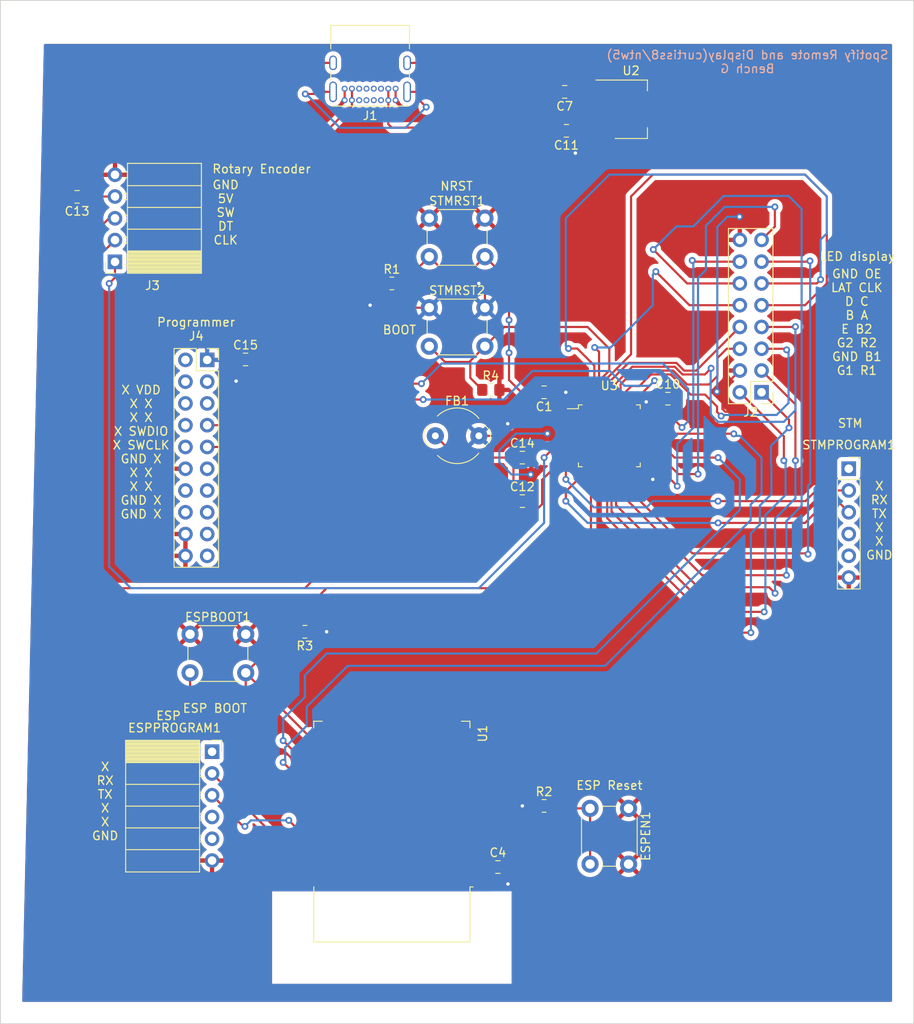
<source format=kicad_pcb>
(kicad_pcb (version 20211014) (generator pcbnew)
  (layers (0 "F.Cu" signal) (31 "B.Cu" signal) (34 "B.Paste" user) (35 "F.Paste" user) (36 "B.SilkS" user "B.Silkscreen") (37 "F.SilkS" user "F.Silkscreen") (38 "B.Mask" user) (39 "F.Mask" user) (44 "Edge.Cuts" user))
  (net 0 "")
  (net 1 "VDD")
  (net 2 "GND")
  (net 3 "Net-(C13-Pad1)")
  (net 4 "+3.3VA")
  (net 5 "Net-(ESPBOOT1-Pad2)")
  (net 6 "Net-(ESPEN1-Pad2)")
  (net 8 "Net-(ESPPROGRAM1-Pad2)")
  (net 9 "Net-(ESPPROGRAM1-Pad3)")
  (net 20 "unconnected-(J1-PadS1)")
  (net 21 "R1")
  (net 22 "G1")
  (net 23 "B1")
  (net 24 "R2")
  (net 25 "G2")
  (net 26 "B2")
  (net 27 "E")
  (net 28 "A")
  (net 29 "B")
  (net 30 "C")
  (net 31 "D")
  (net 32 "CLK")
  (net 33 "LAT")
  (net 34 "OE")
  (net 35 "DT")
  (net 36 "SW")
  (net 42 "SWDIO")
  (net 44 "SWCLK")
  (net 53 "Net-(R1-Pad2)")
  (net 54 "Net-(U3-Pad44)")
  (net 56 "Net-(STMPROGRAM1-Pad2)")
  (net 57 "Net-(STMPROGRAM1-Pad3)")
  (net 81 "Net-(U1-Pad27)")
  (net 82 "Net-(U1-Pad28)")
  (net 104 "CLKR")
  (footprint "Capacitor_SMD:C_0805_2012Metric_Pad1.18x1.45mm_HandSolder" (layer "F.Cu") (at 119.38 93.98)
    (fp_text reference "C12")
    (fp_text value "1u")
  )
  (footprint "Connector_PinHeader_2.54mm:PinHeader_2x08_P2.54mm_Vertical" (layer "F.Cu") (at 147.32 81.28 180)
    (fp_text reference "J2")
    (fp_text value "Conn_02x08_Odd_Even")
  )
  (footprint "Capacitor_SMD:C_0805_2012Metric_Pad1.18x1.45mm_HandSolder" (layer "F.Cu") (at 121.92 81.28 180)
    (fp_text reference "C1")
    (fp_text value "1u")
  )
  (footprint "Connector_PinSocket_2.54mm:PinSocket_2x10_P2.54mm_Vertical" (layer "F.Cu") (at 82.57 77.5)
    (fp_text reference "J4")
    (fp_text value "Conn_02x10_Odd_Even")
  )
  (footprint "Capacitor_SMD:C_0805_2012Metric_Pad1.18x1.45mm_HandSolder" (layer "F.Cu") (at 124.325 46.225 180)
    (fp_text reference "C7")
    (fp_text value "1u")
  )
  (footprint "Connector_PinSocket_2.54mm:PinSocket_1x06_P2.54mm_Vertical" (layer "F.Cu") (at 157.505 90.195)
    (fp_text reference "STMPROGRAM1")
    (fp_text value "Conn_01x06")
  )
  (footprint "Capacitor_SMD:C_0805_2012Metric_Pad1.18x1.45mm_HandSolder" (layer "F.Cu") (at 67.375 58.475 180)
    (fp_text reference "C13")
    (fp_text value "1u")
  )
  (footprint "Package_QFP:LQFP-48_7x7mm_P0.5mm" (layer "F.Cu") (at 129.54 86.36)
    (fp_text reference "U3")
    (fp_text value "STM32F103C8T6")
  )
  (footprint "Connector_PinSocket_2.54mm:PinSocket_1x05_P2.54mm_Horizontal" (layer "F.Cu") (at 71.8 66.06 180)
    (fp_text reference "J3")
    (fp_text value "Conn_01x05")
  )
  (footprint "Button_Switch_THT:SW_PUSH_6mm_H4.3mm" (layer "F.Cu") (at 108.51 60.96)
    (fp_text reference "STMRST1")
    (fp_text value "SW_Push")
  )
  (footprint "Ferrite_THT:LairdTech_28C0236-0JW-10" (layer "F.Cu") (at 109.22 86.36)
    (fp_text reference "FB1")
    (fp_text value "FerriteBead")
  )
  (footprint "Capacitor_SMD:C_0805_2012Metric_Pad1.18x1.45mm_HandSolder" (layer "F.Cu") (at 136.375 82.025)
    (fp_text reference "C10")
    (fp_text value "1u")
  )
  (footprint "Capacitor_SMD:C_0805_2012Metric_Pad1.18x1.45mm_HandSolder" (layer "F.Cu") (at 87.05 77.45)
    (fp_text reference "C15")
    (fp_text value "1u")
  )
  (footprint "Connector_PinSocket_2.54mm:PinSocket_1x06_P2.54mm_Horizontal" (layer "F.Cu") (at 83.14 123.215)
    (fp_text reference "ESPPROGRAM1")
    (fp_text value "Conn_01x06")
  )
  (footprint "Connector_USB:USB_C_Receptacle_GCT_USB4085" (layer "F.Cu") (at 104.575 47.205 180)
    (fp_text reference "J1")
    (fp_text value "USB_C_Receptacle_USB2.0")
  )
  (footprint "Button_Switch_THT:SW_PUSH_6mm_H4.3mm" (layer "F.Cu") (at 108.51 71.41)
    (fp_text reference "STMRST2")
    (fp_text value "SW_Push")
  )
  (footprint "Button_Switch_THT:SW_PUSH_6mm_H4.3mm" (layer "F.Cu") (at 80.57 109.51)
    (fp_text reference "ESPBOOT1")
    (fp_text value "SW_Push")
  )
  (footprint "Capacitor_SMD:C_0805_2012Metric_Pad1.18x1.45mm_HandSolder" (layer "F.Cu") (at 119.38 88.9)
    (fp_text reference "C14")
    (fp_text value "1u")
  )
  (footprint "RF_Module:ESP32-WROOM-32" (layer "F.Cu") (at 104.14 129.54 180)
    (fp_text reference "U1")
    (fp_text value "ESP32-WROOM-32")
  )
  (footprint "Capacitor_SMD:C_0805_2012Metric_Pad1.18x1.45mm_HandSolder" (layer "F.Cu") (at 116.525 136.675)
    (fp_text reference "C4")
    (fp_text value "1u")
  )
  (footprint "Resistor_SMD:R_0805_2012Metric_Pad1.20x1.40mm_HandSolder" (layer "F.Cu") (at 104.14 68.58)
    (fp_text reference "R1")
    (fp_text value "10k")
  )
  (footprint "Package_TO_SOT_SMD:SOT-223" (layer "F.Cu") (at 132.08 48.26)
    (fp_text reference "U2")
    (fp_text value "TC1262-33")
  )
  (footprint "Resistor_SMD:R_0805_2012Metric_Pad1.20x1.40mm_HandSolder" (layer "F.Cu") (at 115.7 81)
    (fp_text reference "R4")
    (fp_text value "10k")
  )
  (footprint "Capacitor_SMD:C_0805_2012Metric_Pad1.18x1.45mm_HandSolder" (layer "F.Cu") (at 124.525 50.775 180)
    (fp_text reference "C11")
    (fp_text value "1u")
  )
  (footprint "Button_Switch_THT:SW_PUSH_6mm_H4.3mm" (layer "F.Cu") (at 131.79 129.83 -90)
    (fp_text reference "ESPEN1")
    (fp_text value "SW_Push")
  )
  (footprint "Resistor_SMD:R_0805_2012Metric_Pad1.20x1.40mm_HandSolder" (layer "F.Cu") (at 121.92 129.54)
    (fp_text reference "R2")
    (fp_text value "10k")
  )
  (footprint "Resistor_SMD:R_0805_2012Metric_Pad1.20x1.40mm_HandSolder" (layer "F.Cu") (at 93.98 109.22 180)
    (fp_text reference "R3")
    (fp_text value "10k")
  )
  (gr_rect (start 58.42 35.56) (end 165.1 154.94) (layer "Edge.Cuts") (width 0.1) (fill none))
  (gr_text "Spotify Remote and Display(curtiss8/ntw5)\nBench G" (at 145.675 42.725) (layer "B.SilkS") (effects (font (size 1 1)) (justify mirror)))
  (gr_text "ESP BOOT\n" (at 83.475 118.15) (layer "F.SilkS") (effects (font (size 1 1))))
  (gr_text "BOOT\n" (at 105.025 74) (layer "F.SilkS") (effects (font (size 1 1))))
  (gr_text "ESP Reset\n" (at 129.55 127.15) (layer "F.SilkS") (effects (font (size 1 1))))
  (gr_text "STM\n\n" (at 157.675 85.7) (layer "F.SilkS") (effects (font (size 1 1))))
  (gr_text "NRST\n" (at 111.7 57.225) (layer "F.SilkS") (effects (font (size 1 1))))
  (gr_text "X VDD\nX X\nX X\nX SWDIO\nX SWCLK\nGND X\nX X\nX X\nGND X\nGND X" (at 74.85 88.25) (layer "F.SilkS") (effects (font (size 1 1))))
  (gr_text "LED display\n" (at 158.5 65.425) (layer "F.SilkS") (effects (font (size 1 1))))
  (gr_text "X\nRX\nTX\nX\nX\nGND" (at 161.075 96.25) (layer "F.SilkS") (effects (font (size 1 1))))
  (gr_text "GND\n5V\nSW\nDT\nCLK\n" (at 84.725 60.3) (layer "F.SilkS") (effects (font (size 1 1))))
  (gr_text "ESP\n" (at 78.05 119.025) (layer "F.SilkS") (effects (font (size 1 1))))
  (gr_text "Rotary Encoder" (at 88.925 55.225) (layer "F.SilkS") (effects (font (size 1 1))))
  (gr_text "Programmer" (at 81.275 73.1) (layer "F.SilkS") (effects (font (size 1 1))))
  (gr_text "GND OE\nLAT CLK\nD C\nB A\nE B2\nG2 R2\nGND B1\nG1 R1" (at 158.45 73.1) (layer "F.SilkS") (effects (font (size 1 1))))
  (gr_text "X\nRX\nTX\nX\nX\nGND" (at 70.65 129) (layer "F.SilkS") (effects (font (size 1 1))))
  (segment (start 101.6 71.12) (end 101.89 71.41) (width 0.25) (layer "F.Cu") (net 1))
  (segment (start 122.9575 81.28) (end 124.46 81.28) (width 0.25) (layer "F.Cu") (net 1))
  (segment (start 85.95 79.975) (end 85.95 77.5125) (width 0.25) (layer "F.Cu") (net 1))
  (segment (start 114.3 86.36) (end 116.265 86.36) (width 0.25) (layer "F.Cu") (net 1))
  (segment (start 101.6 70.12) (end 101.6 71.12) (width 0.25) (layer "F.Cu") (net 1))
  (segment (start 115.4875 136.675) (end 115.3375 136.525) (width 0.25) (layer "F.Cu") (net 1))
  (segment (start 125.575 53.375) (end 125.575 50.7875) (width 0.25) (layer "F.Cu") (net 1))
  (segment (start 103.14 68.58) (end 101.6 70.12) (width 0.25) (layer "F.Cu") (net 1))
  (segment (start 85.95 77.5125) (end 86.0125 77.45) (width 0.25) (layer "F.Cu") (net 1))
  (segment (start 101.89 71.41) (end 108.51 71.41) (width 0.25) (layer "F.Cu") (net 1))
  (segment (start 125.8725 81.28) (end 126.79 82.1975) (width 0.25) (layer "F.Cu") (net 1))
  (segment (start 94.98 109.22) (end 96.52 109.22) (width 0.25) (layer "F.Cu") (net 1))
  (segment (start 134.9625 82.4) (end 135.3375 82.025) (width 0.25) (layer "F.Cu") (net 1))
  (segment (start 117.7 138.65) (end 115.875 138.65) (width 0.25) (layer "F.Cu") (net 1))
  (segment (start 115.25 136.9125) (end 115.4875 136.675) (width 0.25) (layer "F.Cu") (net 1))
  (segment (start 125.575 50.7875) (end 125.5625 50.775) (width 0.25) (layer "F.Cu") (net 1))
  (segment (start 120.92 129.54) (end 119.38 129.54) (width 0.25) (layer "F.Cu") (net 1))
  (segment (start 115.01 71.41) (end 115.01 69.29) (width 0.25) (layer "F.Cu") (net 1))
  (segment (start 115.01 69.29) (end 114.3 68.58) (width 0.25) (layer "F.Cu") (net 1))
  (segment (start 125.7775 50.56) (end 125.5625 50.775) (width 0.25) (layer "F.Cu") (net 1))
  (segment (start 124.46 81.28) (end 125.8725 81.28) (width 0.25) (layer "F.Cu") (net 1))
  (segment (start 115.875 138.65) (end 115.25 138.025) (width 0.25) (layer "F.Cu") (net 1))
  (segment (start 82.57 77.5) (end 85.9625 77.5) (width 0.25) (layer "F.Cu") (net 1))
  (segment (start 133.85 82.4) (end 134.9625 82.4) (width 0.25) (layer "F.Cu") (net 1))
  (segment (start 115.25 138.025) (end 115.25 136.9125) (width 0.25) (layer "F.Cu") (net 1))
  (segment (start 115.3375 136.525) (end 112.64 136.525) (width 0.25) (layer "F.Cu") (net 1))
  (segment (start 134.62 91.44) (end 133.2075 91.44) (width 0.25) (layer "F.Cu") (net 1))
  (segment (start 116.265 86.36) (end 117.675 84.95) (width 0.25) (layer "F.Cu") (net 1))
  (segment (start 128.93 50.56) (end 125.7775 50.56) (width 0.25) (layer "F.Cu") (net 1))
  (segment (start 124.46 82.6925) (end 124.46 81.28) (width 0.25) (layer "F.Cu") (net 1))
  (segment (start 133.2075 91.44) (end 132.29 90.5225) (width 0.25) (layer "F.Cu") (net 1))
  (segment (start 133.85 82.4) (end 133.85 83.4625) (width 0.25) (layer "F.Cu") (net 1))
  (segment (start 133.85 83.4625) (end 133.7025 83.61) (width 0.25) (layer "F.Cu") (net 1))
  (segment (start 85.9625 77.5) (end 86.0125 77.45) (width 0.25) (layer "F.Cu") (net 1))
  (segment (start 125.3775 83.61) (end 124.46 82.6925) (width 0.25) (layer "F.Cu") (net 1))
  (via (at 96.52 109.22) (size 0.8) (drill 0.4) (layers "F.Cu" "B.Cu") (net 1))
  (via (at 117.7 138.65) (size 0.8) (drill 0.4) (layers "F.Cu" "B.Cu") (net 1))
  (via (at 134.62 91.44) (size 0.8) (drill 0.4) (layers "F.Cu" "B.Cu") (net 1))
  (via (at 133.85 82.4) (size 0.8) (drill 0.4) (layers "F.Cu" "B.Cu") (net 1))
  (via (at 124.46 81.28) (size 0.8) (drill 0.4) (layers "F.Cu" "B.Cu") (net 1))
  (via (at 114.3 68.58) (size 0.8) (drill 0.4) (layers "F.Cu" "B.Cu") (net 1))
  (via (at 101.6 71.12) (size 0.8) (drill 0.4) (layers "F.Cu" "B.Cu") (net 1))
  (via (at 125.575 53.375) (size 0.8) (drill 0.4) (layers "F.Cu" "B.Cu") (net 1))
  (via (at 85.95 79.975) (size 0.8) (drill 0.4) (layers "F.Cu" "B.Cu") (net 1))
  (via (at 117.675 84.95) (size 0.8) (drill 0.4) (layers "F.Cu" "B.Cu") (net 1))
  (via (at 119.38 129.54) (size 0.8) (drill 0.4) (layers "F.Cu" "B.Cu") (net 1))
  (segment (start 119.675 82.95) (end 123.5 82.95) (width 0.25) (layer "B.Cu") (net 1))
  (segment (start 117.675 84.95) (end 119.675 82.95) (width 0.25) (layer "B.Cu") (net 1))
  (segment (start 123.5 82.95) (end 124.46 81.99) (width 0.25) (layer "B.Cu") (net 1))
  (segment (start 124.46 81.99) (end 124.46 81.28) (width 0.25) (layer "B.Cu") (net 1))
  (segment (start 131.79 91.254295) (end 134.460705 93.925) (width 0.25) (layer "F.Cu") (net 2))
  (segment (start 145.725 85.5) (end 143.775 83.55) (width 0.25) (layer "F.Cu") (net 2))
  (segment (start 120.4175 90.8075) (end 120.35 90.875) (width 0.25) (layer "F.Cu") (net 2))
  (segment (start 135.3275 84.11) (end 137.4125 82.025) (width 0.25) (layer "F.Cu") (net 2))
  (segment (start 120.8825 80.4175) (end 120.8825 81.28) (width 0.25) (layer "F.Cu") (net 2))
  (segment (start 145.725 88.6) (end 145.725 85.5) (width 0.25) (layer "F.Cu") (net 2))
  (segment (start 127.29 81.465705) (end 125.324295 79.5) (width 0.25) (layer "F.Cu") (net 2))
  (segment (start 125.3775 87.11) (end 123.31 87.11) (width 0.25) (layer "F.Cu") (net 2))
  (segment (start 121.8 79.5) (end 120.8825 80.4175) (width 0.25) (layer "F.Cu") (net 2))
  (segment (start 140.4 93.925) (end 145.725 88.6) (width 0.25) (layer "F.Cu") (net 2))
  (segment (start 142.32 81.2) (end 142.1 81.2) (width 0.25) (layer "F.Cu") (net 2))
  (segment (start 144.78 78.74) (end 142.32 81.2) (width 0.25) (layer "F.Cu") (net 2))
  (segment (start 142.75 81.85) (end 142.1 81.2) (width 0.25) (layer "F.Cu") (net 2))
  (segment (start 123.31 87.11) (end 122.3 86.1) (width 0.25) (layer "F.Cu") (net 2))
  (segment (start 143.775 83.55) (end 143.075 83.55) (width 0.25) (layer "F.Cu") (net 2))
  (segment (start 127.29 82.1975) (end 127.29 81.465705) (width 0.25) (layer "F.Cu") (net 2))
  (segment (start 142.75 83.225) (end 142.75 81.85) (width 0.25) (layer "F.Cu") (net 2))
  (segment (start 144.78 63.5) (end 144.78 61.705) (width 0.25) (layer "F.Cu") (net 2))
  (segment (start 120.4175 88.9) (end 120.4175 90.8075) (width 0.25) (layer "F.Cu") (net 2))
  (segment (start 134.460705 93.925) (end 140.4 93.925) (width 0.25) (layer "F.Cu") (net 2))
  (segment (start 133.7025 84.11) (end 135.3275 84.11) (width 0.25) (layer "F.Cu") (net 2))
  (segment (start 104.575 45.855) (end 104.575 47.205) (width 0.25) (layer "F.Cu") (net 2))
  (segment (start 98.625 45.855) (end 98.625 47.205) (width 0.25) (layer "F.Cu") (net 2))
  (segment (start 144.78 61.705) (end 144.75 61.675) (width 0.25) (layer "F.Cu") (net 2))
  (segment (start 143.075 83.55) (end 142.75 83.225) (width 0.25) (layer "F.Cu") (net 2))
  (segment (start 131.79 90.5225) (end 131.79 91.254295) (width 0.25) (layer "F.Cu") (net 2))
  (segment (start 125.324295 79.5) (end 121.8 79.5) (width 0.25) (layer "F.Cu") (net 2))
  (segment (start 144.75 61.675) (end 144.75 60.8) (width 0.25) (layer "F.Cu") (net 2))
  (via (at 144.75 60.8) (size 0.8) (drill 0.4) (layers "F.Cu" "B.Cu") (net 2))
  (via (at 142.1 81.2) (size 0.8) (drill 0.4) (layers "F.Cu" "B.Cu") (net 2))
  (via (at 120.35 90.875) (size 0.8) (drill 0.4) (layers "F.Cu" "B.Cu") (net 2))
  (via (at 122.3 86.1) (size 0.8) (drill 0.4) (layers "F.Cu" "B.Cu") (net 2))
  (segment (start 116.7 88.025) (end 118.625 86.1) (width 0.25) (layer "B.Cu") (net 2))
  (segment (start 144.75 60.8) (end 143.325 60.8) (width 0.25) (layer "B.Cu") (net 2))
  (segment (start 142.15 81.15) (end 142.1 81.2) (width 0.25) (layer "B.Cu") (net 2))
  (segment (start 142.15 61.975) (end 142.15 81.15) (width 0.25) (layer "B.Cu") (net 2))
  (segment (start 116.7 89.45) (end 116.7 88.025) (width 0.25) (layer "B.Cu") (net 2))
  (segment (start 118.625 86.1) (end 122.3 86.1) (width 0.25) (layer "B.Cu") (net 2))
  (segment (start 120.35 90.875) (end 118.125 90.875) (width 0.25) (layer "B.Cu") (net 2))
  (segment (start 143.325 60.8) (end 142.15 61.975) (width 0.25) (layer "B.Cu") (net 2))
  (segment (start 118.125 90.875) (end 116.7 89.45) (width 0.25) (layer "B.Cu") (net 2))
  (segment (start 103.725 47.205) (end 103.725 49) (width 0.25) (layer "F.Cu") (net 3))
  (segment (start 68.58 48.26) (end 66.04 50.8) (width 0.25) (layer "F.Cu") (net 3))
  (segment (start 104.125 50.4) (end 121.1875 50.4) (width 0.25) (layer "F.Cu") (net 3))
  (segment (start 103.725 50) (end 104.125 50.4) (width 0.25) (layer "F.Cu") (net 3))
  (segment (start 99.475 47.845) (end 98.4975 48.8225) (width 0.25) (layer "F.Cu") (net 3))
  (segment (start 99.475 45.855) (end 99.475 47.205) (width 0.25) (layer "F.Cu") (net 3))
  (segment (start 125.6275 45.96) (end 128.93 45.96) (width 0.25) (layer "F.Cu") (net 3))
  (segment (start 98.675 49) (end 103.725 49) (width 0.25) (layer "F.Cu") (net 3))
  (segment (start 66.04 56.1025) (end 68.4125 58.475) (width 0.25) (layer "F.Cu") (net 3))
  (segment (start 68.4475 58.44) (end 71.8 58.44) (width 0.25) (layer "F.Cu") (net 3))
  (segment (start 125.3625 46.225) (end 125.6275 45.96) (width 0.25) (layer "F.Cu") (net 3))
  (segment (start 103.725 49) (end 103.725 50) (width 0.25) (layer "F.Cu") (net 3))
  (segment (start 93.98 50.8) (end 91.44 48.26) (width 0.25) (layer "F.Cu") (net 3))
  (segment (start 103.725 45.855) (end 103.725 47.205) (width 0.25) (layer "F.Cu") (net 3))
  (segment (start 99.475 47.205) (end 99.475 47.845) (width 0.25) (layer "F.Cu") (net 3))
  (segment (start 66.04 50.8) (end 66.04 56.1025) (width 0.25) (layer "F.Cu") (net 3))
  (segment (start 68.4125 58.475) (end 68.4475 58.44) (width 0.25) (layer "F.Cu") (net 3))
  (segment (start 96.52 50.8) (end 93.98 50.8) (width 0.25) (layer "F.Cu") (net 3))
  (segment (start 98.4975 48.8225) (end 96.52 50.8) (width 0.25) (layer "F.Cu") (net 3))
  (segment (start 98.4975 48.8225) (end 98.675 49) (width 0.25) (layer "F.Cu") (net 3))
  (segment (start 91.44 48.26) (end 68.58 48.26) (width 0.25) (layer "F.Cu") (net 3))
  (segment (start 121.1875 50.4) (end 125.3625 46.225) (width 0.25) (layer "F.Cu") (net 3))
  (segment (start 109.22 86.36) (end 111.76 88.9) (width 0.25) (layer "F.Cu") (net 4))
  (segment (start 111.76 88.9) (end 118.3425 88.9) (width 0.25) (layer "F.Cu") (net 4))
  (segment (start 118.3425 88.9) (end 119.6325 87.61) (width 0.25) (layer "F.Cu") (net 4))
  (segment (start 119.6325 87.61) (end 125.3775 87.61) (width 0.25) (layer "F.Cu") (net 4))
  (segment (start 118.3425 88.9) (end 118.3425 93.98) (width 0.25) (layer "F.Cu") (net 4))
  (segment (start 87.07 114.01) (end 91.86 109.22) (width 0.25) (layer "F.Cu") (net 5))
  (segment (start 91.86 109.22) (end 92.98 109.22) (width 0.25) (layer "F.Cu") (net 5))
  (segment (start 87.07 114.01) (end 87.07 115.68) (width 0.25) (layer "F.Cu") (net 5))
  (segment (start 81.575 116.775) (end 80.57 115.77) (width 0.25) (layer "F.Cu") (net 5))
  (segment (start 85.975 116.775) (end 81.575 116.775) (width 0.25) (layer "F.Cu") (net 5))
  (segment (start 80.57 115.77) (end 80.57 114.01) (width 0.25) (layer "F.Cu") (net 5))
  (segment (start 87.07 115.68) (end 85.975 116.775) (width 0.25) (layer "F.Cu") (net 5))
  (segment (start 95.64 121.285) (end 94.345 121.285) (width 0.25) (layer "F.Cu") (net 5))
  (segment (start 94.345 121.285) (end 87.07 114.01) (width 0.25) (layer "F.Cu") (net 5))
  (segment (start 112.64 135.255) (end 117.205 135.255) (width 0.25) (layer "F.Cu") (net 6))
  (segment (start 123.21 129.83) (end 127.29 129.83) (width 0.25) (layer "F.Cu") (net 6))
  (segment (start 122.92 129.54) (end 123.21 129.83) (width 0.25) (layer "F.Cu") (net 6))
  (segment (start 127.29 129.83) (end 127.29 136.33) (width 0.25) (layer "F.Cu") (net 6))
  (segment (start 117.205 135.255) (end 122.92 129.54) (width 0.25) (layer "F.Cu") (net 6))
  (segment (start 83.14 125.755) (end 91.37 133.985) (width 0.25) (layer "F.Cu") (net 8))
  (segment (start 91.37 133.985) (end 95.64 133.985) (width 0.25) (layer "F.Cu") (net 8))
  (segment (start 95.64 132.715) (end 93.59 132.715) (width 0.25) (layer "F.Cu") (net 9))
  (segment (start 86.77 131.925) (end 83.14 128.295) (width 0.25) (layer "F.Cu") (net 9))
  (segment (start 86.975 131.925) (end 86.77 131.925) (width 0.25) (layer "F.Cu") (net 9))
  (segment (start 93.59 132.715) (end 92.1 131.225) (width 0.25) (layer "F.Cu") (net 9))
  (via (at 86.975 131.925) (size 0.8) (drill 0.4) (layers "F.Cu" "B.Cu") (net 9))
  (via (at 92.1 131.225) (size 0.8) (drill 0.4) (layers "F.Cu" "B.Cu") (net 9))
  (segment (start 87.675 131.225) (end 86.975 131.925) (width 0.25) (layer "B.Cu") (net 9))
  (segment (start 92.1 131.225) (end 87.675 131.225) (width 0.25) (layer "B.Cu") (net 9))
  (segment (start 107.7 43.45) (end 107.7 46.05) (width 0.25) (layer "F.Cu") (net 20))
  (segment (start 107.525 46.225) (end 105.925 46.225) (width 0.25) (layer "F.Cu") (net 20))
  (segment (start 107.525 47.375) (end 108.15 48) (width 0.25) (layer "F.Cu") (net 20))
  (segment (start 107.095 42.845) (end 107.7 43.45) (width 0.25) (layer "F.Cu") (net 20))
  (segment (start 95.35 45.225) (end 95.35 43.825) (width 0.25) (layer "F.Cu") (net 20))
  (segment (start 96.33 42.845) (end 97.275 42.845) (width 0.25) (layer "F.Cu") (net 20))
  (segment (start 95.35 43.825) (end 96.33 42.845) (width 0.25) (layer "F.Cu") (net 20))
  (segment (start 105.925 42.845) (end 107.095 42.845) (width 0.25) (layer "F.Cu") (net 20))
  (segment (start 107.7 46.05) (end 107.525 46.225) (width 0.25) (layer "F.Cu") (net 20))
  (segment (start 96.35 46.225) (end 95.35 45.225) (width 0.25) (layer "F.Cu") (net 20))
  (segment (start 97.275 46.225) (end 96.35 46.225) (width 0.25) (layer "F.Cu") (net 20))
  (segment (start 96.1 46.475) (end 96.35 46.225) (width 0.25) (layer "F.Cu") (net 20))
  (segment (start 107.525 46.225) (end 107.525 47.375) (width 0.25) (layer "F.Cu") (net 20))
  (segment (start 94.025 46.475) (end 96.1 46.475) (width 0.25) (layer "F.Cu") (net 20))
  (via (at 94.025 46.475) (size 0.8) (drill 0.4) (layers "F.Cu" "B.Cu") (net 20))
  (via (at 108.15 48) (size 0.8) (drill 0.4) (layers "F.Cu" "B.Cu") (net 20))
  (segment (start 94.125 46.475) (end 98.075 50.425) (width 0.25) (layer "B.Cu") (net 20))
  (segment (start 105.725 50.425) (end 108.15 48) (width 0.25) (layer "B.Cu") (net 20))
  (segment (start 94.025 46.475) (end 94.125 46.475) (width 0.25) (layer "B.Cu") (net 20))
  (segment (start 98.075 50.425) (end 105.725 50.425) (width 0.25) (layer "B.Cu") (net 20))
  (segment (start 142.65 109.325) (end 146.075 109.325) (width 0.25) (layer "F.Cu") (net 21))
  (segment (start 150.525 85.425) (end 150.525 84.485) (width 0.25) (layer "F.Cu") (net 21))
  (segment (start 150.525 84.485) (end 147.32 81.28) (width 0.25) (layer "F.Cu") (net 21))
  (segment (start 129.29 95.965) (end 142.65 109.325) (width 0.25) (layer "F.Cu") (net 21))
  (segment (start 129.29 90.5225) (end 129.29 95.965) (width 0.25) (layer "F.Cu") (net 21))
  (via (at 146.075 109.325) (size 0.8) (drill 0.4) (layers "F.Cu" "B.Cu") (net 21))
  (via (at 150.525 85.425) (size 0.8) (drill 0.4) (layers "F.Cu" "B.Cu") (net 21))
  (segment (start 148.475 89.8) (end 148.475 93.15) (width 0.25) (layer "B.Cu") (net 21))
  (segment (start 150.525 85.425) (end 148.425 87.525) (width 0.25) (layer "B.Cu") (net 21))
  (segment (start 146.075 97.75) (end 146.075 109.325) (width 0.25) (layer "B.Cu") (net 21))
  (segment (start 147.125 96.7) (end 146.075 97.75) (width 0.25) (layer "B.Cu") (net 21))
  (segment (start 148.425 89.75) (end 148.475 89.8) (width 0.25) (layer "B.Cu") (net 21))
  (segment (start 148.425 87.525) (end 148.425 89.75) (width 0.25) (layer "B.Cu") (net 21))
  (segment (start 147.125 94.5) (end 147.125 96.7) (width 0.25) (layer "B.Cu") (net 21))
  (segment (start 148.475 93.15) (end 147.125 94.5) (width 0.25) (layer "B.Cu") (net 21))
  (segment (start 129.79 94.465) (end 129.8 94.475) (width 0.25) (layer "F.Cu") (net 22))
  (segment (start 141.5 106.9) (end 147.625 106.9) (width 0.25) (layer "F.Cu") (net 22))
  (segment (start 149.925 89.25) (end 149.925 86.425) (width 0.25) (layer "F.Cu") (net 22))
  (segment (start 129.79 90.5225) (end 129.79 94.465) (width 0.25) (layer "F.Cu") (net 22))
  (segment (start 129.8 95.2) (end 141.5 106.9) (width 0.25) (layer "F.Cu") (net 22))
  (segment (start 129.8 94.475) (end 129.8 95.2) (width 0.25) (layer "F.Cu") (net 22))
  (segment (start 149.925 86.425) (end 144.78 81.28) (width 0.25) (layer "F.Cu") (net 22))
  (via (at 147.625 106.9) (size 0.8) (drill 0.4) (layers "F.Cu" "B.Cu") (net 22))
  (via (at 149.925 89.25) (size 0.8) (drill 0.4) (layers "F.Cu" "B.Cu") (net 22))
  (segment (start 147.76952 106.75548) (end 147.625 106.9) (width 0.25) (layer "B.Cu") (net 22))
  (segment (start 149.925 89.25) (end 150.125 89.45) (width 0.25) (layer "B.Cu") (net 22))
  (segment (start 147.76952 95.60548) (end 147.76952 106.75548) (width 0.25) (layer "B.Cu") (net 22))
  (segment (start 150.125 89.45) (end 150.125 93.25) (width 0.25) (layer "B.Cu") (net 22))
  (segment (start 150.125 93.25) (end 147.76952 95.60548) (width 0.25) (layer "B.Cu") (net 22))
  (segment (start 151.2755 82.6955) (end 151.2755 89.25) (width 0.25) (layer "F.Cu") (net 23))
  (segment (start 130.325 94.45) (end 139.9 104.025) (width 0.25) (layer "F.Cu") (net 23))
  (segment (start 148.2 104.025) (end 148.9 104.725) (width 0.25) (layer "F.Cu") (net 23))
  (segment (start 139.9 104.025) (end 148.2 104.025) (width 0.25) (layer "F.Cu") (net 23))
  (segment (start 130.325 93.210718) (end 130.325 94.45) (width 0.25) (layer "F.Cu") (net 23))
  (segment (start 130.29 93.175718) (end 130.325 93.210718) (width 0.25) (layer "F.Cu") (net 23))
  (segment (start 147.32 78.74) (end 151.2755 82.6955) (width 0.25) (layer "F.Cu") (net 23))
  (segment (start 130.29 90.5225) (end 130.29 93.175718) (width 0.25) (layer "F.Cu") (net 23))
  (via (at 151.2755 89.25) (size 0.8) (drill 0.4) (layers "F.Cu" "B.Cu") (net 23))
  (via (at 148.9 104.725) (size 0.8) (drill 0.4) (layers "F.Cu" "B.Cu") (net 23))
  (segment (start 148.9 104.725) (end 148.9 96.025) (width 0.25) (layer "B.Cu") (net 23))
  (segment (start 151.2755 93.6495) (end 151.2755 89.25) (width 0.25) (layer "B.Cu") (net 23))
  (segment (start 148.9 96.025) (end 151.2755 93.6495) (width 0.25) (layer "B.Cu") (net 23))
  (segment (start 142.6 84.0505) (end 142.125 83.5755) (width 0.25) (layer "F.Cu") (net 24))
  (segment (start 131.31548 82.17202) (end 131.29 82.1975) (width 0.25) (layer "F.Cu") (net 24))
  (segment (start 132.125 80.55) (end 131.31548 81.35952) (width 0.25) (layer "F.Cu") (net 24))
  (segment (start 131.31548 81.35952) (end 131.31548 82.17202) (width 0.25) (layer "F.Cu") (net 24))
  (segment (start 139.05 81.55) (end 136.69856 79.19856) (width 0.25) (layer "F.Cu") (net 24))
  (segment (start 142.125 83.5755) (end 142.125 82.95) (width 0.25) (layer "F.Cu") (net 24))
  (segment (start 134.40144 79.19856) (end 133.05 80.55) (width 0.25) (layer "F.Cu") (net 24))
  (segment (start 133.05 80.55) (end 132.125 80.55) (width 0.25) (layer "F.Cu") (net 24))
  (segment (start 136.69856 79.19856) (end 134.40144 79.19856) (width 0.25) (layer "F.Cu") (net 24))
  (segment (start 142.125 82.95) (end 140.725 81.55) (width 0.25) (layer "F.Cu") (net 24))
  (segment (start 150.125 76.2) (end 150.25 76.325) (width 0.25) (layer "F.Cu") (net 24))
  (segment (start 140.725 81.55) (end 139.05 81.55) (width 0.25) (layer "F.Cu") (net 24))
  (segment (start 147.32 76.2) (end 150.125 76.2) (width 0.25) (layer "F.Cu") (net 24))
  (via (at 142.6 84.0505) (size 0.8) (drill 0.4) (layers "F.Cu" "B.Cu") (net 24))
  (via (at 150.25 76.325) (size 0.8) (drill 0.4) (layers "F.Cu" "B.Cu") (net 24))
  (segment (start 142.7255 83.925) (end 149.075 83.925) (width 0.25) (layer "B.Cu") (net 24))
  (segment (start 149.075 83.925) (end 150.475 82.525) (width 0.25) (layer "B.Cu") (net 24))
  (segment (start 142.6 84.0505) (end 142.7255 83.925) (width 0.25) (layer "B.Cu") (net 24))
  (segment (start 150.475 82.525) (end 150.475 76.55) (width 0.25) (layer "B.Cu") (net 24))
  (segment (start 150.475 76.55) (end 150.25 76.325) (width 0.25) (layer "B.Cu") (net 24))
  (segment (start 132.85096 78.74904) (end 137.002604 78.74904) (width 0.25) (layer "F.Cu") (net 25))
  (segment (start 142.175 79.375) (end 142.175 77.275) (width 0.25) (layer "F.Cu") (net 25))
  (segment (start 130.79 81.394994) (end 130.85 81.334994) (width 0.25) (layer "F.Cu") (net 25))
  (segment (start 130.85 81.334994) (end 130.85 80.35) (width 0.25) (layer "F.Cu") (net 25))
  (segment (start 142.175 77.275) (end 143.25 76.2) (width 0.25) (layer "F.Cu") (net 25))
  (segment (start 137.002604 78.74904) (end 138.628564 80.375) (width 0.25) (layer "F.Cu") (net 25))
  (segment (start 143.25 76.2) (end 144.78 76.2) (width 0.25) (layer "F.Cu") (net 25))
  (segment (start 131.45 79.75) (end 131.85 79.75) (width 0.25) (layer "F.Cu") (net 25))
  (segment (start 131.85 79.75) (end 132.85096 78.74904) (width 0.25) (layer "F.Cu") (net 25))
  (segment (start 130.85 80.35) (end 131.45 79.75) (width 0.25) (layer "F.Cu") (net 25))
  (segment (start 138.628564 80.375) (end 141.175 80.375) (width 0.25) (layer "F.Cu") (net 25))
  (segment (start 130.79 82.1975) (end 130.79 81.394994) (width 0.25) (layer "F.Cu") (net 25))
  (segment (start 141.175 80.375) (end 142.175 79.375) (width 0.25) (layer "F.Cu") (net 25))
  (segment (start 151.24 73.66) (end 147.32 73.66) (width 0.25) (layer "F.Cu") (net 26))
  (segment (start 137.188802 78.29952) (end 132.22548 78.29952) (width 0.25) (layer "F.Cu") (net 26))
  (segment (start 151.275 73.625) (end 151.24 73.66) (width 0.25) (layer "F.Cu") (net 26))
  (segment (start 130.29 80.235) (end 130.29 82.1975) (width 0.25) (layer "F.Cu") (net 26))
  (segment (start 132.22548 78.29952) (end 130.29 80.235) (width 0.25) (layer "F.Cu") (net 26))
  (segment (start 141.4255 78.475) (end 140.70098 79.19952) (width 0.25) (layer "F.Cu") (net 26))
  (segment (start 140.70098 79.19952) (end 138.088802 79.19952) (width 0.25) (layer "F.Cu") (net 26))
  (segment (start 138.088802 79.19952) (end 137.188802 78.29952) (width 0.25) (layer "F.Cu") (net 26))
  (via (at 151.275 73.625) (size 0.8) (drill 0.4) (layers "F.Cu" "B.Cu") (net 26))
  (via (at 141.4255 78.475) (size 0.8) (drill 0.4) (layers "F.Cu" "B.Cu") (net 26))
  (segment (start 141.375489 78.525011) (end 141.375489 83.875489) (width 0.25) (layer "B.Cu") (net 26))
  (segment (start 149.925 84.725) (end 151.275 83.375) (width 0.25) (layer "B.Cu") (net 26))
  (segment (start 141.4255 78.475) (end 141.375489 78.525011) (width 0.25) (layer "B.Cu") (net 26))
  (segment (start 142.225 84.725) (end 149.925 84.725) (width 0.25) (layer "B.Cu") (net 26))
  (segment (start 141.375489 83.875489) (end 142.225 84.725) (width 0.25) (layer "B.Cu") (net 26))
  (segment (start 151.275 83.375) (end 151.275 73.625) (width 0.25) (layer "B.Cu") (net 26))
  (segment (start 129.79 82.1975) (end 129.79 79.835) (width 0.25) (layer "F.Cu") (net 27))
  (segment (start 129.79 79.835) (end 131.775 77.85) (width 0.25) (layer "F.Cu") (net 27))
  (segment (start 131.775 77.85) (end 137.375 77.85) (width 0.25) (layer "F.Cu") (net 27))
  (segment (start 139.69 78.75) (end 144.78 73.66) (width 0.25) (layer "F.Cu") (net 27))
  (segment (start 137.375 77.85) (end 138.275 78.75) (width 0.25) (layer "F.Cu") (net 27))
  (segment (start 138.275 78.75) (end 139.69 78.75) (width 0.25) (layer "F.Cu") (net 27))
  (segment (start 134.62 55.88) (end 152.4 55.88) (width 0.25) (layer "F.Cu") (net 28))
  (segment (start 154.94 58.42) (end 154.94 68.58) (width 0.25) (layer "F.Cu") (net 28))
  (segment (start 132.08 58.42) (end 134.62 55.88) (width 0.25) (layer "F.Cu") (net 28))
  (segment (start 152.4 55.88) (end 154.94 58.42) (width 0.25) (layer "F.Cu") (net 28))
  (segment (start 154.94 68.58) (end 152.4 71.12) (width 0.25) (layer "F.Cu") (net 28))
  (segment (start 152.4 71.12) (end 147.32 71.12) (width 0.25) (layer "F.Cu") (net 28))
  (segment (start 129.29 82.1975) (end 129.29 79.625718) (width 0.25) (layer "F.Cu") (net 28))
  (segment (start 129.29 79.625718) (end 132.08 76.835718) (width 0.25) (layer "F.Cu") (net 28))
  (segment (start 132.08 76.835718) (end 132.08 58.42) (width 0.25) (layer "F.Cu") (net 28))
  (segment (start 128.34048 76.56548) (end 128.34048 81.344514) (width 0.25) (layer "F.Cu") (net 29))
  (segment (start 134.975 67.2) (end 138.895 71.12) (width 0.25) (layer "F.Cu") (net 29))
  (segment (start 138.895 71.12) (end 144.78 71.12) (width 0.25) (layer "F.Cu") (net 29))
  (segment (start 127.825 76.05) (end 128.34048 76.56548) (width 0.25) (layer "F.Cu") (net 29))
  (segment (start 128.34048 81.344514) (end 128.29 81.394994) (width 0.25) (layer "F.Cu") (net 29))
  (segment (start 128.29 81.394994) (end 128.29 82.1975) (width 0.25) (layer "F.Cu") (net 29))
  (via (at 127.825 76.05) (size 0.8) (drill 0.4) (layers "F.Cu" "B.Cu") (net 29))
  (via (at 134.975 67.2) (size 0.8) (drill 0.4) (layers "F.Cu" "B.Cu") (net 29))
  (segment (start 134.62 67.555) (end 134.62 71.12) (width 0.25) (layer "B.Cu") (net 29))
  (segment (start 129.69 76.05) (end 127.825 76.05) (width 0.25) (layer "B.Cu") (net 29))
  (segment (start 134.62 71.12) (end 129.69 76.05) (width 0.25) (layer "B.Cu") (net 29))
  (segment (start 134.975 67.2) (end 134.62 67.555) (width 0.25) (layer "B.Cu") (net 29))
  (segment (start 125.8 76.175) (end 127.79 78.165) (width 0.25) (layer "F.Cu") (net 30))
  (segment (start 153.7605 68.58) (end 154.2155 68.125) (width 0.25) (layer "F.Cu") (net 30))
  (segment (start 147.32 68.58) (end 153.7605 68.58) (width 0.25) (layer "F.Cu") (net 30))
  (segment (start 124.775 76.175) (end 125.8 76.175) (width 0.25) (layer "F.Cu") (net 30))
  (segment (start 127.79 78.165) (end 127.79 82.1975) (width 0.25) (layer "F.Cu") (net 30))
  (via (at 154.2155 68.125) (size 0.8) (drill 0.4) (layers "F.Cu" "B.Cu") (net 30))
  (via (at 124.775 76.175) (size 0.8) (drill 0.4) (layers "F.Cu" "B.Cu") (net 30))
  (segment (start 124.775 76.175) (end 124.46 75.86) (width 0.25) (layer "B.Cu") (net 30))
  (segment (start 154.94 62.74) (end 154.2155 63.4645) (width 0.25) (layer "B.Cu") (net 30))
  (segment (start 124.46 60.96) (end 129.54 55.88) (width 0.25) (layer "B.Cu") (net 30))
  (segment (start 154.94 58.42) (end 154.94 62.74) (width 0.25) (layer "B.Cu") (net 30))
  (segment (start 152.4 55.88) (end 154.94 58.42) (width 0.25) (layer "B.Cu") (net 30))
  (segment (start 129.54 55.88) (end 152.4 55.88) (width 0.25) (layer "B.Cu") (net 30))
  (segment (start 124.46 75.86) (end 124.46 60.96) (width 0.25) (layer "B.Cu") (net 30))
  (segment (start 154.2155 63.4645) (end 154.2155 68.125) (width 0.25) (layer "B.Cu") (net 30))
  (segment (start 134.675 64.625) (end 138.63 68.58) (width 0.25) (layer "F.Cu") (net 31))
  (segment (start 130.79 93.04) (end 140.375 102.625) (width 0.25) (layer "F.Cu") (net 31))
  (segment (start 140.375 102.625) (end 150.225 102.625) (width 0.25) (layer "F.Cu") (net 31))
  (segment (start 138.63 68.58) (end 144.78 68.58) (width 0.25) (layer "F.Cu") (net 31))
  (segment (start 130.79 90.5225) (end 130.79 93.04) (width 0.25) (layer "F.Cu") (net 31))
  (via (at 134.675 64.625) (size 0.8) (drill 0.4) (layers "F.Cu" "B.Cu") (net 31))
  (via (at 150.225 102.625) (size 0.8) (drill 0.4) (layers "F.Cu" "B.Cu") (net 31))
  (segment (start 137.375 61.925) (end 139.35 61.925) (width 0.25) (layer "B.Cu") (net 31))
  (segment (start 150.225 96.3) (end 150.225 102.625) (width 0.25) (layer "B.Cu") (net 31))
  (segment (start 152 94.525) (end 150.225 96.3) (width 0.25) (layer "B.Cu") (net 31))
  (segment (start 142.9 58.375) (end 150.475 58.375) (width 0.25) (layer "B.Cu") (net 31))
  (segment (start 134.675 64.625) (end 137.375 61.925) (width 0.25) (layer "B.Cu") (net 31))
  (segment (start 150.475 58.375) (end 152 59.9) (width 0.25) (layer "B.Cu") (net 31))
  (segment (start 152 59.9) (end 152 94.525) (width 0.25) (layer "B.Cu") (net 31))
  (segment (start 139.35 61.925) (end 142.9 58.375) (width 0.25) (layer "B.Cu") (net 31))
  (segment (start 152.75 100.175) (end 152.65 100.075) (width 0.25) (layer "F.Cu") (net 32))
  (segment (start 152.885 66.04) (end 152.975 65.95) (width 0.25) (layer "F.Cu") (net 32))
  (segment (start 139.239283 100.075) (end 131.29 92.125717) (width 0.25) (layer "F.Cu") (net 32))
  (segment (start 152.65 100.075) (end 139.239283 100.075) (width 0.25) (layer "F.Cu") (net 32))
  (segment (start 147.32 66.04) (end 152.885 66.04) (width 0.25) (layer "F.Cu") (net 32))
  (segment (start 131.29 92.125717) (end 131.29 90.5225) (width 0.25) (layer "F.Cu") (net 32))
  (via (at 152.975 65.95) (size 0.8) (drill 0.4) (layers "F.Cu" "B.Cu") (net 32))
  (via (at 152.75 100.175) (size 0.8) (drill 0.4) (layers "F.Cu" "B.Cu") (net 32))
  (segment (start 153 65.975) (end 152.975 65.95) (width 0.25) (layer "B.Cu") (net 32))
  (segment (start 152.75 92.175) (end 153 91.925) (width 0.25) (layer "B.Cu") (net 32))
  (segment (start 153 91.925) (end 153 65.975) (width 0.25) (layer "B.Cu") (net 32))
  (segment (start 152.75 100.175) (end 152.75 92.175) (width 0.25) (layer "B.Cu") (net 32))
  (segment (start 139.365 66.04) (end 144.78 66.04) (width 0.25) (layer "F.Cu") (net 33))
  (segment (start 139.225 65.9) (end 139.365 66.04) (width 0.25) (layer "F.Cu") (net 33))
  (segment (start 134.36 89.11) (end 137.475 92.225) (width 0.25) (layer "F.Cu") (net 33))
  (segment (start 133.7025 89.11) (end 134.36 89.11) (width 0.25) (layer "F.Cu") (net 33))
  (via (at 137.475 92.225) (size 0.8) (drill 0.4) (layers "F.Cu" "B.Cu") (net 33))
  (via (at 139.225 65.9) (size 0.8) (drill 0.4) (layers "F.Cu" "B.Cu") (net 33))
  (segment (start 139.35 66.025) (end 139.225 65.9) (width 0.25) (layer "B.Cu") (net 33))
  (segment (start 137.475 92.225) (end 137.475 87.3) (width 0.25) (layer "B.Cu") (net 33))
  (segment (start 139.35 85.425) (end 139.35 66.025) (width 0.25) (layer "B.Cu") (net 33))
  (segment (start 137.475 87.3) (end 139.35 85.425) (width 0.25) (layer "B.Cu") (net 33))
  (segment (start 135.385 88.61) (end 137.6 90.825) (width 0.25) (layer "F.Cu") (net 34))
  (segment (start 133.7025 88.61) (end 135.385 88.61) (width 0.25) (layer "F.Cu") (net 34))
  (segment (start 148.875 61.945) (end 147.32 63.5) (width 0.25) (layer "F.Cu") (net 34))
  (segment (start 137.6 90.825) (end 139.9 90.825) (width 0.25) (layer "F.Cu") (net 34))
  (segment (start 148.875 59.65) (end 148.875 61.945) (width 0.25) (layer "F.Cu") (net 34))
  (via (at 139.9 90.825) (size 0.8) (drill 0.4) (layers "F.Cu" "B.Cu") (net 34))
  (via (at 148.875 59.65) (size 0.8) (drill 0.4) (layers "F.Cu" "B.Cu") (net 34))
  (segment (start 139.9 90.825) (end 139.9 67.925) (width 0.25) (layer "B.Cu") (net 34))
  (segment (start 140.825 67) (end 140.825 61.85) (width 0.25) (layer "B.Cu") (net 34))
  (segment (start 139.9 67.925) (end 140.825 67) (width 0.25) (layer "B.Cu") (net 34))
  (segment (start 143.025 59.65) (end 148.875 59.65) (width 0.25) (layer "B.Cu") (net 34))
  (segment (start 140.825 61.85) (end 143.025 59.65) (width 0.25) (layer "B.Cu") (net 34))
  (segment (start 125.3775 88.61) (end 124.574994 88.61) (width 0.25) (layer "F.Cu") (net 35))
  (segment (start 93.98 104.14) (end 71.12 104.14) (width 0.25) (layer "F.Cu") (net 35))
  (segment (start 71.12 104.14) (end 68.58 101.6) (width 0.25) (layer "F.Cu") (net 35))
  (segment (start 68.58 66.74) (end 71.8 63.52) (width 0.25) (layer "F.Cu") (net 35))
  (segment (start 121.689644 94.332849) (end 114.422493 101.6) (width 0.25) (layer "F.Cu") (net 35))
  (segment (start 96.52 101.6) (end 93.98 104.14) (width 0.25) (layer "F.Cu") (net 35))
  (segment (start 68.58 101.6) (end 68.58 66.74) (width 0.25) (layer "F.Cu") (net 35))
  (segment (start 121.689644 91.49535) (end 121.689644 94.332849) (width 0.25) (layer "F.Cu") (net 35))
  (segment (start 124.574994 88.61) (end 121.689644 91.49535) (width 0.25) (layer "F.Cu") (net 35))
  (segment (start 114.422493 101.6) (end 96.52 101.6) (width 0.25) (layer "F.Cu") (net 35))
  (segment (start 121.92 104.14) (end 127.390489 98.669511) (width 0.25) (layer "F.Cu") (net 36))
  (segment (start 127.390489 91.425495) (end 127.29 91.325006) (width 0.25) (layer "F.Cu") (net 36))
  (segment (start 127.29 91.325006) (end 127.29 90.5225) (width 0.25) (layer "F.Cu") (net 36))
  (segment (start 66.04 66.04) (end 71.12 60.96) (width 0.25) (layer "F.Cu") (net 36))
  (segment (start 127.390489 98.669511) (end 127.390489 91.425495) (width 0.25) (layer "F.Cu") (net 36))
  (segment (start 71.78 60.96) (end 71.8 60.98) (width 0.25) (layer "F.Cu") (net 36))
  (segment (start 71.12 106.68) (end 66.04 101.6) (width 0.25) (layer "F.Cu") (net 36))
  (segment (start 93.98 106.68) (end 71.12 106.68) (width 0.25) (layer "F.Cu") (net 36))
  (segment (start 114.475006 104.14) (end 96.52 104.14) (width 0.25) (layer "F.Cu") (net 36))
  (segment (start 114.3 104.14) (end 121.92 104.14) (width 0.25) (layer "F.Cu") (net 36))
  (segment (start 71.12 60.96) (end 71.78 60.96) (width 0.25) (layer "F.Cu") (net 36))
  (segment (start 66.04 101.6) (end 66.04 66.04) (width 0.25) (layer "F.Cu") (net 36))
  (segment (start 96.52 104.14) (end 93.98 106.68) (width 0.25) (layer "F.Cu") (net 36))
  (segment (start 85.83 85.12) (end 82.57 85.12) (width 0.25) (layer "F.Cu") (net 42))
  (segment (start 137.25 84.61) (end 133.7025 84.61) (width 0.25) (layer "F.Cu") (net 42))
  (segment (start 107.6 80.275) (end 90.675 80.275) (width 0.25) (layer "F.Cu") (net 42))
  (segment (start 138.0255 85.3855) (end 137.25 84.61) (width 0.25) (layer "F.Cu") (net 42))
  (segment (start 90.675 80.275) (end 85.83 85.12) (width 0.25) (layer "F.Cu") (net 42))
  (via (at 138.0255 85.3855) (size 0.8) (drill 0.4) (layers "F.Cu" "B.Cu") (net 42))
  (via (at 107.6 80.275) (size 0.8) (drill 0.4) (layers "F.Cu" "B.Cu") (net 42))
  (segment (start 138.75 84.661) (end 138.75 80.875) (width 0.25) (layer "B.Cu") (net 42))
  (segment (start 138.0255 85.3855) (end 138.75 84.661) (width 0.25) (layer "B.Cu") (net 42))
  (segment (start 109.95 77.925) (end 107.6 80.275) (width 0.25) (layer "B.Cu") (net 42))
  (segment (start 138.75 80.875) (end 135.8 77.925) (width 0.25) (layer "B.Cu") (net 42))
  (segment (start 135.8 77.925) (end 109.95 77.925) (width 0.25) (layer "B.Cu") (net 42))
  (segment (start 87.84 87.66) (end 82.57 87.66) (width 0.25) (layer "F.Cu") (net 44))
  (segment (start 107.8 82.125) (end 93.375 82.125) (width 0.25) (layer "F.Cu") (net 44))
  (segment (start 93.375 82.125) (end 87.84 87.66) (width 0.25) (layer "F.Cu") (net 44))
  (segment (start 132.55056 82.1975) (end 132.29 82.1975) (width 0.25) (layer "F.Cu") (net 44))
  (segment (start 134.825 79.92306) (end 132.55056 82.1975) (width 0.25) (layer "F.Cu") (net 44))
  (via (at 134.825 79.92306) (size 0.8) (drill 0.4) (layers "F.Cu" "B.Cu") (net 44))
  (via (at 107.8 82.125) (size 0.8) (drill 0.4) (layers "F.Cu" "B.Cu") (net 44))
  (segment (start 134.22306 80.525) (end 131.325 80.525) (width 0.25) (layer "B.Cu") (net 44))
  (segment (start 131.325 80.525) (end 129.6 78.8) (width 0.25) (layer "B.Cu") (net 44))
  (segment (start 134.825 79.92306) (end 134.22306 80.525) (width 0.25) (layer "B.Cu") (net 44))
  (segment (start 129.6 78.8) (end 120.55 78.8) (width 0.25) (layer "B.Cu") (net 44))
  (segment (start 117.225 82.125) (end 107.8 82.125) (width 0.25) (layer "B.Cu") (net 44))
  (segment (start 120.55 78.8) (end 117.225 82.125) (width 0.25) (layer "B.Cu") (net 44))
  (segment (start 117.825 68.275) (end 115.01 65.46) (width 0.25) (layer "F.Cu") (net 53))
  (segment (start 105.14 68.58) (end 105.39 68.58) (width 0.25) (layer "F.Cu") (net 53))
  (segment (start 105.39 68.58) (end 108.51 65.46) (width 0.25) (layer "F.Cu") (net 53))
  (segment (start 112.92 67.55) (end 110.6 67.55) (width 0.25) (layer "F.Cu") (net 53))
  (segment (start 117.825 76.675) (end 117.825 79.847493) (width 0.25) (layer "F.Cu") (net 53))
  (segment (start 115.01 65.46) (end 112.92 67.55) (width 0.25) (layer "F.Cu") (net 53))
  (segment (start 124.31548 85.54048) (end 124.31548 86.350486) (width 0.25) (layer "F.Cu") (net 53))
  (segment (start 117.825 79.847493) (end 120.307027 82.32952) (width 0.25) (layer "F.Cu") (net 53))
  (segment (start 110.6 67.55) (end 108.51 65.46) (width 0.25) (layer "F.Cu") (net 53))
  (segment (start 124.31548 86.350486) (end 124.574994 86.61) (width 0.25) (layer "F.Cu") (net 53))
  (segment (start 120.307027 82.32952) (end 121.10452 82.32952) (width 0.25) (layer "F.Cu") (net 53))
  (segment (start 117.825 72.85) (end 117.825 68.275) (width 0.25) (layer "F.Cu") (net 53))
  (segment (start 124.574994 86.61) (end 125.3775 86.61) (width 0.25) (layer "F.Cu") (net 53))
  (segment (start 121.10452 82.32952) (end 124.31548 85.54048) (width 0.25) (layer "F.Cu") (net 53))
  (via (at 117.825 76.675) (size 0.8) (drill 0.4) (layers "F.Cu" "B.Cu") (net 53))
  (via (at 117.825 72.85) (size 0.8) (drill 0.4) (layers "F.Cu" "B.Cu") (net 53))
  (segment (start 117.825 76.675) (end 117.825 72.85) (width 0.25) (layer "B.Cu") (net 53))
  (segment (start 117.26 73.66) (end 115.01 75.91) (width 0.25) (layer "F.Cu") (net 54))
  (segment (start 127 73.66) (end 117.26 73.66) (width 0.25) (layer "F.Cu") (net 54))
  (segment (start 113.3 77.62) (end 115.01 75.91) (width 0.25) (layer "F.Cu") (net 54))
  (segment (start 128.79 79.49) (end 129.54 78.74) (width 0.25) (layer "F.Cu") (net 54))
  (segment (start 113.3 77.74) (end 113.3 77.62) (width 0.25) (layer "F.Cu") (net 54))
  (segment (start 128.79 82.1975) (end 128.79 79.49) (width 0.25) (layer "F.Cu") (net 54))
  (segment (start 129.54 78.74) (end 129.54 76.2) (width 0.25) (layer "F.Cu") (net 54))
  (segment (start 113.3 77.74) (end 110.34 77.74) (width 0.25) (layer "F.Cu") (net 54))
  (segment (start 113.3 79.6) (end 114.7 81) (width 0.25) (layer "F.Cu") (net 54))
  (segment (start 110.34 77.74) (end 108.51 75.91) (width 0.25) (layer "F.Cu") (net 54))
  (segment (start 129.54 76.2) (end 127 73.66) (width 0.25) (layer "F.Cu") (net 54))
  (segment (start 113.3 77.74) (end 113.3 79.6) (width 0.25) (layer "F.Cu") (net 54))
  (segment (start 153.695 92.735) (end 157.505 92.735) (width 0.25) (layer "F.Cu") (net 56))
  (segment (start 142.24 93.98) (end 152.45 93.98) (width 0.25) (layer "F.Cu") (net 56))
  (segment (start 124.46 90.0275) (end 124.46 91.44) (width 0.25) (layer "F.Cu") (net 56))
  (segment (start 152.45 93.98) (end 153.695 92.735) (width 0.25) (layer "F.Cu") (net 56))
  (segment (start 125.3775 89.11) (end 124.46 90.0275) (width 0.25) (layer "F.Cu") (net 56))
  (via (at 142.24 93.98) (size 0.8) (drill 0.4) (layers "F.Cu" "B.Cu") (net 56))
  (via (at 124.46 91.44) (size 0.8) (drill 0.4) (layers "F.Cu" "B.Cu") (net 56))
  (segment (start 134.62 93.98) (end 142.24 93.98) (width 0.25) (layer "B.Cu") (net 56))
  (segment (start 124.46 91.44) (end 127.724511 94.704511) (width 0.25) (layer "B.Cu") (net 56))
  (segment (start 133.895489 94.704511) (end 134.62 93.98) (width 0.25) (layer "B.Cu") (net 56))
  (segment (start 127.724511 94.704511) (end 133.895489 94.704511) (width 0.25) (layer "B.Cu") (net 56))
  (segment (start 154.94 93.98) (end 156.21 93.98) (width 0.25) (layer "F.Cu") (net 57))
  (segment (start 124.46 92.8525) (end 126.79 90.5225) (width 0.25) (layer "F.Cu") (net 57))
  (segment (start 156.21 93.98) (end 157.505 95.275) (width 0.25) (layer "F.Cu") (net 57))
  (segment (start 142.24 96.52) (end 152.4 96.52) (width 0.25) (layer "F.Cu") (net 57))
  (segment (start 124.46 93.98) (end 124.46 92.8525) (width 0.25) (layer "F.Cu") (net 57))
  (segment (start 152.4 96.52) (end 154.94 93.98) (width 0.25) (layer "F.Cu") (net 57))
  (via (at 142.24 96.52) (size 0.8) (drill 0.4) (layers "F.Cu" "B.Cu") (net 57))
  (via (at 124.46 93.98) (size 0.8) (drill 0.4) (layers "F.Cu" "B.Cu") (net 57))
  (segment (start 124.46 93.98) (end 127 96.52) (width 0.25) (layer "B.Cu") (net 57))
  (segment (start 127 96.52) (end 142.24 96.52) (width 0.25) (layer "B.Cu") (net 57))
  (segment (start 91.44 121.92) (end 93.345 123.825) (width 0.25) (layer "F.Cu") (net 81))
  (segment (start 93.345 123.825) (end 95.64 123.825) (width 0.25) (layer "F.Cu") (net 81))
  (segment (start 133.7025 86.61) (end 134.87 86.61) (width 0.25) (layer "F.Cu") (net 81))
  (segment (start 134.87 86.61) (end 137.16 88.9) (width 0.25) (layer "F.Cu") (net 81))
  (segment (start 137.16 88.9) (end 142.24 88.9) (width 0.25) (layer "F.Cu") (net 81))
  (via (at 142.24 88.9) (size 0.8) (drill 0.4) (layers "F.Cu" "B.Cu") (net 81))
  (via (at 91.44 121.92) (size 0.8) (drill 0.4) (layers "F.Cu" "B.Cu") (net 81))
  (segment (start 144.78 91.44) (end 144.78 95.004614) (width 0.25) (layer "B.Cu") (net 81))
  (segment (start 91.44 121.92) (end 91.44 119.38) (width 0.25) (layer "B.Cu") (net 81))
  (segment (start 128.024614 111.76) (end 96.52 111.76) (width 0.25) (layer "B.Cu") (net 81))
  (segment (start 144.78 95.004614) (end 128.024614 111.76) (width 0.25) (layer "B.Cu") (net 81))
  (segment (start 96.52 111.76) (end 93.98 114.3) (width 0.25) (layer "B.Cu") (net 81))
  (segment (start 144.78 91.44) (end 142.24 88.9) (width 0.25) (layer "B.Cu") (net 81))
  (segment (start 93.98 114.3) (end 93.98 116.84) (width 0.25) (layer "B.Cu") (net 81))
  (segment (start 91.44 119.38) (end 93.98 116.84) (width 0.25) (layer "B.Cu") (net 81))
  (segment (start 144.06 86.11) (end 133.7025 86.11) (width 0.25) (layer "F.Cu") (net 82))
  (segment (start 92.075 125.095) (end 95.64 125.095) (width 0.25) (layer "F.Cu") (net 82))
  (segment (start 91.44 124.46) (end 92.075 125.095) (width 0.25) (layer "F.Cu") (net 82))
  (segment (start 144.075 86.125) (end 144.06 86.11) (width 0.25) (layer "F.Cu") (net 82))
  (via (at 144.075 86.125) (size 0.8) (drill 0.4) (layers "F.Cu" "B.Cu") (net 82))
  (via (at 91.44 124.46) (size 0.8) (drill 0.4) (layers "F.Cu" "B.Cu") (net 82))
  (segment (start 144.78 86.36) (end 147.32 88.9) (width 0.25) (layer "B.Cu") (net 82))
  (segment (start 147.32 88.9) (end 147.32 93.100331) (width 0.25) (layer "B.Cu") (net 82))
  (segment (start 147.32 93.100331) (end 146.05 94.370331) (width 0.25) (layer "B.Cu") (net 82))
  (segment (start 144.31 86.36) (end 144.075 86.125) (width 0.25) (layer "B.Cu") (net 82))
  (segment (start 98.975 113.2) (end 94.2 117.975) (width 0.25) (layer "B.Cu") (net 82))
  (segment (start 94.2 117.975) (end 94.2 120.184614) (width 0.25) (layer "B.Cu") (net 82))
  (segment (start 146.05 96.2) (end 129.05 113.2) (width 0.25) (layer "B.Cu") (net 82))
  (segment (start 129.05 113.2) (end 98.975 113.2) (width 0.25) (layer "B.Cu") (net 82))
  (segment (start 94.2 120.184614) (end 91.675 122.709614) (width 0.25) (layer "B.Cu") (net 82))
  (segment (start 91.675 122.709614) (end 91.675 124.225) (width 0.25) (layer "B.Cu") (net 82))
  (segment (start 144.78 86.36) (end 144.31 86.36) (width 0.25) (layer "B.Cu") (net 82))
  (segment (start 146.05 94.370331) (end 146.05 96.2) (width 0.25) (layer "B.Cu") (net 82))
  (segment (start 91.675 124.225) (end 91.44 124.46) (width 0.25) (layer "B.Cu") (net 82))
  (segment (start 71.8 66.06) (end 71.8 67.9) (width 0.25) (layer "F.Cu") (net 104))
  (segment (start 71.8 67.9) (end 71.12 68.58) (width 0.25) (layer "F.Cu") (net 104))
  (segment (start 122.71 88.11) (end 121.92 88.9) (width 0.25) (layer "F.Cu") (net 104))
  (segment (start 125.3775 88.11) (end 122.71 88.11) (width 0.25) (layer "F.Cu") (net 104))
  (via (at 121.92 88.9) (size 0.8) (drill 0.4) (layers "F.Cu" "B.Cu") (net 104))
  (via (at 71.12 68.58) (size 0.8) (drill 0.4) (layers "F.Cu" "B.Cu") (net 104))
  (segment (start 121.92 96.52) (end 121.92 88.9) (width 0.25) (layer "B.Cu") (net 104))
  (segment (start 71.12 68.58) (end 71.12 101.6) (width 0.25) (layer "B.Cu") (net 104))
  (segment (start 73.66 104.14) (end 114.3 104.14) (width 0.25) (layer "B.Cu") (net 104))
  (segment (start 114.3 104.14) (end 121.92 96.52) (width 0.25) (layer "B.Cu") (net 104))
  (segment (start 71.12 101.6) (end 73.66 104.14) (width 0.25) (layer "B.Cu") (net 104))
  (zone (net 2) (net_name "GND") (layer "F.Cu") (connect_pads (clearance 0.508)) (min_thickness 0.254) (fill yes (thermal_gap 0.508) (thermal_bridge_width 0.508))
    (polygon (pts (xy 162.56 152.4) (xy 60.96 152.4) (xy 63.5 40.64) (xy 162.56 40.64)))
  )
  (zone (net 1) (net_name "VDD") (layer "B.Cu") (connect_pads (clearance 0.508)) (min_thickness 0.254) (fill yes (thermal_gap 0.508) (thermal_bridge_width 0.508))
    (polygon (pts (xy 162.56 152.4) (xy 60.96 152.4) (xy 63.5 40.64) (xy 162.56 40.64)))
  )
)
</source>
